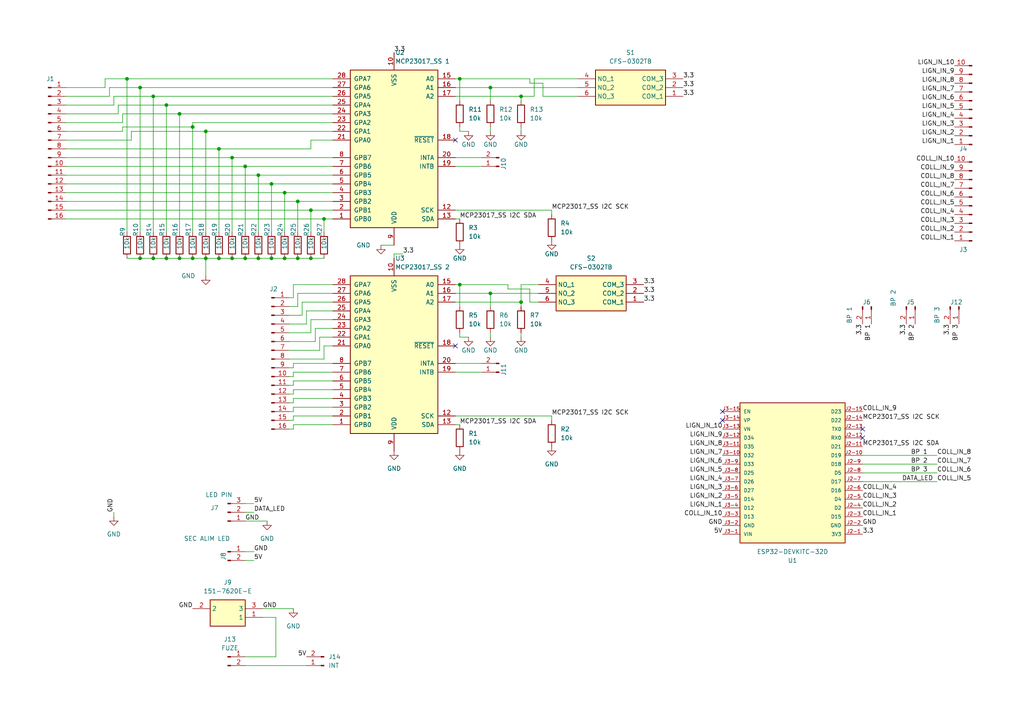
<source format=kicad_sch>
(kicad_sch (version 20230121) (generator eeschema)
  (paper "A4")
  (lib_symbols
    (symbol "151-7620E-E:151-7620E-E"
      (property "Reference" "J9" (at 10.16 7.62 0))
      (property "Value" "151-7620E-E" (at 10.16 5.08 0))
      (symbol "151-7620E-E_1_1"
        (rectangle (start 5.08 2.54) (end 15.24 -5.08) (stroke (width 0.254)) (fill (type background)))
        (pin power_out line (at 20.32 -2.54 180) (length 5.08) (name "1") (number "1"))
        (pin power_out line (at 0 0 0) (length 5.08) (name "2") (number "2"))
        (pin power_out line (at 20.32 0 180) (length 5.08) (name "3") (number "3"))
      )
    )
    (symbol "CFS-0302TB:CFS-0302TB"
      (property "Reference" "S" (at 26.67 7.62 0))
      (property "Value" "CFS-0302TB" (at 26.67 5.08 0))
      (symbol "CFS-0302TB_1_1"
        (rectangle (start 5.08 2.54) (end 25.4 -7.62) (stroke (width 0.254)) (fill (type background)))
        (pin passive line (at 0 0 0) (length 5.08) (name "COM_1") (number "1"))
        (pin passive line (at 0 -2.54 0) (length 5.08) (name "COM_2") (number "2"))
        (pin passive line (at 0 -5.08 0) (length 5.08) (name "COM_3") (number "3"))
        (pin passive line (at 30.48 -5.08 180) (length 5.08) (name "NO_1") (number "4"))
        (pin passive line (at 30.48 -2.54 180) (length 5.08) (name "NO_2") (number "5"))
        (pin passive line (at 30.48 0 180) (length 5.08) (name "NO_3") (number "6"))
      )
    )
    (symbol "Connector:Conn_01x02_Pin" (pin_names (offset 1.016) hide)
      (property "Reference" "J" (at 0 2.54 0))
      (property "Value" "Conn_01x02_Pin" (at 0 -5.08 0))
      (symbol "Conn_01x02_Pin_1_1"
        (polyline (pts (xy 1.27 -2.54) (xy 0.8636 -2.54)) (stroke (width 0.1524)))
        (polyline (pts (xy 1.27 0) (xy 0.8636 0)) (stroke (width 0.1524)))
        (rectangle (start 0.8636 -2.413) (end 0 -2.667) (stroke (width 0.1524)) (fill (type outline)))
        (rectangle (start 0.8636 0.127) (end 0 -0.127) (stroke (width 0.1524)) (fill (type outline)))
        (pin passive line (at 5.08 0 180) (length 3.81) (name "Pin_1") (number "1"))
        (pin passive line (at 5.08 -2.54 180) (length 3.81) (name "Pin_2") (number "2"))
      )
    )
    (symbol "Connector:Conn_01x03_Pin" (pin_names (offset 1.016) hide)
      (property "Reference" "J" (at 0 5.08 0))
      (property "Value" "Conn_01x03_Pin" (at 0 -5.08 0))
      (symbol "Conn_01x03_Pin_1_1"
        (polyline (pts (xy 1.27 -2.54) (xy 0.8636 -2.54)) (stroke (width 0.1524)))
        (polyline (pts (xy 1.27 0) (xy 0.8636 0)) (stroke (width 0.1524)))
        (polyline (pts (xy 1.27 2.54) (xy 0.8636 2.54)) (stroke (width 0.1524)))
        (rectangle (start 0.8636 -2.413) (end 0 -2.667) (stroke (width 0.1524)) (fill (type outline)))
        (rectangle (start 0.8636 0.127) (end 0 -0.127) (stroke (width 0.1524)) (fill (type outline)))
        (rectangle (start 0.8636 2.667) (end 0 2.413) (stroke (width 0.1524)) (fill (type outline)))
        (pin passive line (at 5.08 2.54 180) (length 3.81) (name "Pin_1") (number "1"))
        (pin passive line (at 5.08 0 180) (length 3.81) (name "Pin_2") (number "2"))
        (pin passive line (at 5.08 -2.54 180) (length 3.81) (name "Pin_3") (number "3"))
      )
    )
    (symbol "Connector:Conn_01x10_Pin" (pin_names (offset 1.016) hide)
      (property "Reference" "J" (at 0 12.7 0))
      (property "Value" "Conn_01x10_Pin" (at 0 -15.24 0))
      (symbol "Conn_01x10_Pin_1_1"
        (polyline (pts (xy 1.27 -12.7) (xy 0.8636 -12.7)) (stroke (width 0.1524)))
        (polyline (pts (xy 1.27 -10.16) (xy 0.8636 -10.16)) (stroke (width 0.1524)))
        (polyline (pts (xy 1.27 -7.62) (xy 0.8636 -7.62)) (stroke (width 0.1524)))
        (polyline (pts (xy 1.27 -5.08) (xy 0.8636 -5.08)) (stroke (width 0.1524)))
        (polyline (pts (xy 1.27 -2.54) (xy 0.8636 -2.54)) (stroke (width 0.1524)))
        (polyline (pts (xy 1.27 0) (xy 0.8636 0)) (stroke (width 0.1524)))
        (polyline (pts (xy 1.27 2.54) (xy 0.8636 2.54)) (stroke (width 0.1524)))
        (polyline (pts (xy 1.27 5.08) (xy 0.8636 5.08)) (stroke (width 0.1524)))
        (polyline (pts (xy 1.27 7.62) (xy 0.8636 7.62)) (stroke (width 0.1524)))
        (polyline (pts (xy 1.27 10.16) (xy 0.8636 10.16)) (stroke (width 0.1524)))
        (rectangle (start 0.8636 -12.573) (end 0 -12.827) (stroke (width 0.1524)) (fill (type outline)))
        (rectangle (start 0.8636 -10.033) (end 0 -10.287) (stroke (width 0.1524)) (fill (type outline)))
        (rectangle (start 0.8636 -7.493) (end 0 -7.747) (stroke (width 0.1524)) (fill (type outline)))
        (rectangle (start 0.8636 -4.953) (end 0 -5.207) (stroke (width 0.1524)) (fill (type outline)))
        (rectangle (start 0.8636 -2.413) (end 0 -2.667) (stroke (width 0.1524)) (fill (type outline)))
        (rectangle (start 0.8636 0.127) (end 0 -0.127) (stroke (width 0.1524)) (fill (type outline)))
        (rectangle (start 0.8636 2.667) (end 0 2.413) (stroke (width 0.1524)) (fill (type outline)))
        (rectangle (start 0.8636 5.207) (end 0 4.953) (stroke (width 0.1524)) (fill (type outline)))
        (rectangle (start 0.8636 7.747) (end 0 7.493) (stroke (width 0.1524)) (fill (type outline)))
        (rectangle (start 0.8636 10.287) (end 0 10.033) (stroke (width 0.1524)) (fill (type outline)))
        (pin passive line (at 5.08 10.16 180) (length 3.81) (name "Pin_1") (number "1"))
        (pin passive line (at 5.08 -12.7 180) (length 3.81) (name "Pin_10") (number "10"))
        (pin passive line (at 5.08 7.62 180) (length 3.81) (name "Pin_2") (number "2"))
        (pin passive line (at 5.08 5.08 180) (length 3.81) (name "Pin_3") (number "3"))
        (pin passive line (at 5.08 2.54 180) (length 3.81) (name "Pin_4") (number "4"))
        (pin passive line (at 5.08 0 180) (length 3.81) (name "Pin_5") (number "5"))
        (pin passive line (at 5.08 -2.54 180) (length 3.81) (name "Pin_6") (number "6"))
        (pin passive line (at 5.08 -5.08 180) (length 3.81) (name "Pin_7") (number "7"))
        (pin passive line (at 5.08 -7.62 180) (length 3.81) (name "Pin_8") (number "8"))
        (pin passive line (at 5.08 -10.16 180) (length 3.81) (name "Pin_9") (number "9"))
      )
    )
    (symbol "Connector:Conn_01x16_Pin" (pin_names (offset 1.016) hide)
      (property "Reference" "J" (at 0 20.32 0))
      (property "Value" "Conn_01x16_Pin" (at 0 -22.86 0))
      (symbol "Conn_01x16_Pin_1_1"
        (polyline (pts (xy 1.27 -20.32) (xy 0.8636 -20.32)) (stroke (width 0.1524)))
        (polyline (pts (xy 1.27 -17.78) (xy 0.8636 -17.78)) (stroke (width 0.1524)))
        (polyline (pts (xy 1.27 -15.24) (xy 0.8636 -15.24)) (stroke (width 0.1524)))
        (polyline (pts (xy 1.27 -12.7) (xy 0.8636 -12.7)) (stroke (width 0.1524)))
        (polyline (pts (xy 1.27 -10.16) (xy 0.8636 -10.16)) (stroke (width 0.1524)))
        (polyline (pts (xy 1.27 -7.62) (xy 0.8636 -7.62)) (stroke (width 0.1524)))
        (polyline (pts (xy 1.27 -5.08) (xy 0.8636 -5.08)) (stroke (width 0.1524)))
        (polyline (pts (xy 1.27 -2.54) (xy 0.8636 -2.54)) (stroke (width 0.1524)))
        (polyline (pts (xy 1.27 0) (xy 0.8636 0)) (stroke (width 0.1524)))
        (polyline (pts (xy 1.27 2.54) (xy 0.8636 2.54)) (stroke (width 0.1524)))
        (polyline (pts (xy 1.27 5.08) (xy 0.8636 5.08)) (stroke (width 0.1524)))
        (polyline (pts (xy 1.27 7.62) (xy 0.8636 7.62)) (stroke (width 0.1524)))
        (polyline (pts (xy 1.27 10.16) (xy 0.8636 10.16)) (stroke (width 0.1524)))
        (polyline (pts (xy 1.27 12.7) (xy 0.8636 12.7)) (stroke (width 0.1524)))
        (polyline (pts (xy 1.27 15.24) (xy 0.8636 15.24)) (stroke (width 0.1524)))
        (polyline (pts (xy 1.27 17.78) (xy 0.8636 17.78)) (stroke (width 0.1524)))
        (rectangle (start 0.8636 -20.193) (end 0 -20.447) (stroke (width 0.1524)) (fill (type outline)))
        (rectangle (start 0.8636 -17.653) (end 0 -17.907) (stroke (width 0.1524)) (fill (type outline)))
        (rectangle (start 0.8636 -15.113) (end 0 -15.367) (stroke (width 0.1524)) (fill (type outline)))
        (rectangle (start 0.8636 -12.573) (end 0 -12.827) (stroke (width 0.1524)) (fill (type outline)))
        (rectangle (start 0.8636 -10.033) (end 0 -10.287) (stroke (width 0.1524)) (fill (type outline)))
        (rectangle (start 0.8636 -7.493) (end 0 -7.747) (stroke (width 0.1524)) (fill (type outline)))
        (rectangle (start 0.8636 -4.953) (end 0 -5.207) (stroke (width 0.1524)) (fill (type outline)))
        (rectangle (start 0.8636 -2.413) (end 0 -2.667) (stroke (width 0.1524)) (fill (type outline)))
        (rectangle (start 0.8636 0.127) (end 0 -0.127) (stroke (width 0.1524)) (fill (type outline)))
        (rectangle (start 0.8636 2.667) (end 0 2.413) (stroke (width 0.1524)) (fill (type outline)))
        (rectangle (start 0.8636 5.207) (end 0 4.953) (stroke (width 0.1524)) (fill (type outline)))
        (rectangle (start 0.8636 7.747) (end 0 7.493) (stroke (width 0.1524)) (fill (type outline)))
        (rectangle (start 0.8636 10.287) (end 0 10.033) (stroke (width 0.1524)) (fill (type outline)))
        (rectangle (start 0.8636 12.827) (end 0 12.573) (stroke (width 0.1524)) (fill (type outline)))
        (rectangle (start 0.8636 15.367) (end 0 15.113) (stroke (width 0.1524)) (fill (type outline)))
        (rectangle (start 0.8636 17.907) (end 0 17.653) (stroke (width 0.1524)) (fill (type outline)))
        (pin passive line (at 5.08 17.78 180) (length 3.81) (name "Pin_1") (number "1"))
        (pin passive line (at 5.08 -5.08 180) (length 3.81) (name "Pin_10") (number "10"))
        (pin passive line (at 5.08 -7.62 180) (length 3.81) (name "Pin_11") (number "11"))
        (pin passive line (at 5.08 -10.16 180) (length 3.81) (name "Pin_12") (number "12"))
        (pin passive line (at 5.08 -12.7 180) (length 3.81) (name "Pin_13") (number "13"))
        (pin passive line (at 5.08 -15.24 180) (length 3.81) (name "Pin_14") (number "14"))
        (pin passive line (at 5.08 -17.78 180) (length 3.81) (name "Pin_15") (number "15"))
        (pin passive line (at 5.08 -20.32 180) (length 3.81) (name "Pin_16") (number "16"))
        (pin passive line (at 5.08 15.24 180) (length 3.81) (name "Pin_2") (number "2"))
        (pin passive line (at 5.08 12.7 180) (length 3.81) (name "Pin_3") (number "3"))
        (pin passive line (at 5.08 10.16 180) (length 3.81) (name "Pin_4") (number "4"))
        (pin passive line (at 5.08 7.62 180) (length 3.81) (name "Pin_5") (number "5"))
        (pin passive line (at 5.08 5.08 180) (length 3.81) (name "Pin_6") (number "6"))
        (pin passive line (at 5.08 2.54 180) (length 3.81) (name "Pin_7") (number "7"))
        (pin passive line (at 5.08 0 180) (length 3.81) (name "Pin_8") (number "8"))
        (pin passive line (at 5.08 -2.54 180) (length 3.81) (name "Pin_9") (number "9"))
      )
    )
    (symbol "Device:R" (pin_numbers hide) (pin_names (offset 0))
      (property "Reference" "R" (at 2.032 0 90))
      (property "Value" "R" (at 0 0 90))
      (symbol "R_0_1"
        (rectangle (start -1.016 -2.54) (end 1.016 2.54) (stroke (width 0.254)))
      )
      (symbol "R_1_1"
        (pin passive line (at 0 3.81 270) (length 1.27) (name "~") (number "1"))
        (pin passive line (at 0 -3.81 90) (length 1.27) (name "~") (number "2"))
      )
    )
    (symbol "ESP32-DEVKITC-32D:ESP32-DEVKITC-32D" (pin_names (offset 1.016))
      (property "Reference" "U1" (at 0 30.48 0))
      (property "Value" "ESP32-DEVKITC-32D" (at 0 27.94 0))
      (symbol "ESP32-DEVKITC-32D_0_0"
        (rectangle (start -15.24 25.4) (end 15.24 -15.24) (stroke (width 0.254)) (fill (type background)))
      )
      (symbol "ESP32-DEVKITC-32D_1_0"
        (pin power_out line (at -20.32 22.86 0) (length 5.08) (name "3V3") (number "J2-1"))
        (pin bidirectional line (at -20.32 0 0) (length 5.08) (name "D19") (number "J2-10"))
        (pin bidirectional line (at -20.32 -2.54 0) (length 5.08) (name "D21") (number "J2-11"))
        (pin bidirectional line (at -20.32 -5.08 0) (length 5.08) (name "RX0") (number "J2-12"))
        (pin bidirectional line (at -20.32 -7.62 0) (length 5.08) (name "TX0") (number "J2-13"))
        (pin bidirectional line (at -20.32 -10.16 0) (length 5.08) (name "D22") (number "J2-14"))
        (pin bidirectional line (at -20.32 -12.7 0) (length 5.08) (name "D23") (number "J2-15"))
        (pin power_in line (at -20.32 20.32 0) (length 5.08) (name "GND") (number "J2-2"))
        (pin bidirectional line (at -20.32 17.78 0) (length 5.08) (name "D15") (number "J2-3"))
        (pin bidirectional line (at -20.32 15.24 0) (length 5.08) (name "D2") (number "J2-4"))
        (pin bidirectional line (at -20.32 12.7 0) (length 5.08) (name "D4") (number "J2-5"))
        (pin bidirectional line (at -20.32 10.16 0) (length 5.08) (name "D16") (number "J2-6"))
        (pin bidirectional line (at -20.32 7.62 0) (length 5.08) (name "D17") (number "J2-7"))
        (pin bidirectional line (at -20.32 5.08 0) (length 5.08) (name "D5") (number "J2-8"))
        (pin bidirectional line (at -20.32 2.54 0) (length 5.08) (name "D18") (number "J2-9"))
        (pin power_in line (at 20.32 22.86 180) (length 5.08) (name "VIN") (number "J3-1"))
        (pin bidirectional line (at 20.32 0 180) (length 5.08) (name "D32") (number "J3-10"))
        (pin bidirectional line (at 20.32 -2.54 180) (length 5.08) (name "D35") (number "J3-11"))
        (pin bidirectional line (at 20.32 -5.08 180) (length 5.08) (name "D34") (number "J3-12"))
        (pin bidirectional line (at 20.32 -7.62 180) (length 5.08) (name "VN") (number "J3-13"))
        (pin bidirectional line (at 20.32 -10.16 180) (length 5.08) (name "VP") (number "J3-14"))
        (pin bidirectional line (at 20.32 -12.7 180) (length 5.08) (name "EN") (number "J3-15"))
        (pin power_in line (at 20.32 20.32 180) (length 5.08) (name "GND") (number "J3-2"))
        (pin bidirectional line (at 20.32 17.78 180) (length 5.08) (name "D13") (number "J3-3"))
        (pin bidirectional line (at 20.32 15.24 180) (length 5.08) (name "D12") (number "J3-4"))
        (pin bidirectional line (at 20.32 12.7 180) (length 5.08) (name "D14") (number "J3-5"))
        (pin bidirectional line (at 20.32 10.16 180) (length 5.08) (name "D27") (number "J3-6"))
        (pin power_in line (at 20.32 7.62 180) (length 5.08) (name "D26") (number "J3-7"))
        (pin bidirectional line (at 20.32 5.08 180) (length 5.08) (name "D25") (number "J3-8"))
        (pin bidirectional line (at 20.32 2.54 180) (length 5.08) (name "D33") (number "J3-9"))
      )
    )
    (symbol "Interface_Expansion:MCP23017_SS" (pin_names (offset 1.016))
      (property "Reference" "U" (at -11.43 24.13 0))
      (property "Value" "MCP23017_SS" (at 0 0 0))
      (symbol "MCP23017_SS_0_1"
        (rectangle (start -12.7 22.86) (end 12.7 -22.86) (stroke (width 0.254)) (fill (type background)))
      )
      (symbol "MCP23017_SS_1_1"
        (pin bidirectional line (at 17.78 20.32 180) (length 5.08) (name "GPB0") (number "1"))
        (pin power_in line (at 0 -27.94 90) (length 5.08) (name "VSS") (number "10"))
        (pin no_connect line (at -12.7 15.24 0) (length 5.08) hide (name "NC") (number "11"))
        (pin input line (at -17.78 17.78 0) (length 5.08) (name "SCK") (number "12"))
        (pin bidirectional line (at -17.78 20.32 0) (length 5.08) (name "SDA") (number "13"))
        (pin no_connect line (at -12.7 12.7 0) (length 5.08) hide (name "NC") (number "14"))
        (pin input line (at -17.78 -20.32 0) (length 5.08) (name "A0") (number "15"))
        (pin input line (at -17.78 -17.78 0) (length 5.08) (name "A1") (number "16"))
        (pin input line (at -17.78 -15.24 0) (length 5.08) (name "A2") (number "17"))
        (pin input line (at -17.78 -2.54 0) (length 5.08) (name "~{RESET}") (number "18"))
        (pin tri_state line (at -17.78 5.08 0) (length 5.08) (name "INTB") (number "19"))
        (pin bidirectional line (at 17.78 17.78 180) (length 5.08) (name "GPB1") (number "2"))
        (pin tri_state line (at -17.78 2.54 0) (length 5.08) (name "INTA") (number "20"))
        (pin bidirectional line (at 17.78 -2.54 180) (length 5.08) (name "GPA0") (number "21"))
        (pin bidirectional line (at 17.78 -5.08 180) (length 5.08) (name "GPA1") (number "22"))
        (pin bidirectional line (at 17.78 -7.62 180) (length 5.08) (name "GPA2") (number "23"))
        (pin bidirectional line (at 17.78 -10.16 180) (length 5.08) (name "GPA3") (number "24"))
        (pin bidirectional line (at 17.78 -12.7 180) (length 5.08) (name "GPA4") (number "25"))
        (pin bidirectional line (at 17.78 -15.24 180) (length 5.08) (name "GPA5") (number "26"))
        (pin bidirectional line (at 17.78 -17.78 180) (length 5.08) (name "GPA6") (number "27"))
        (pin bidirectional line (at 17.78 -20.32 180) (length 5.08) (name "GPA7") (number "28"))
        (pin bidirectional line (at 17.78 15.24 180) (length 5.08) (name "GPB2") (number "3"))
        (pin bidirectional line (at 17.78 12.7 180) (length 5.08) (name "GPB3") (number "4"))
        (pin bidirectional line (at 17.78 10.16 180) (length 5.08) (name "GPB4") (number "5"))
        (pin bidirectional line (at 17.78 7.62 180) (length 5.08) (name "GPB5") (number "6"))
        (pin bidirectional line (at 17.78 5.08 180) (length 5.08) (name "GPB6") (number "7"))
        (pin bidirectional line (at 17.78 2.54 180) (length 5.08) (name "GPB7") (number "8"))
        (pin power_in line (at 0 27.94 270) (length 5.08) (name "VDD") (number "9"))
      )
    )
    (symbol "power:GND" (power) (pin_names (offset 0))
      (property "Value" "GND" (at 0 -3.81 0))
      (symbol "GND_0_1"
        (polyline (pts (xy 0 0) (xy 0 -1.27) (xy 1.27 -1.27) (xy 0 -2.54) (xy -1.27 -1.27) (xy 0 -1.27)))
      )
      (symbol "GND_1_1"
        (pin power_in line (at 0 0 270) (length 0) hide (name "GND") (number "1"))
      )
    )
  )
  (junction (at 40.64 74.93))
  (junction (at 74.93 74.93))
  (junction (at 86.36 74.93))
  (junction (at 78.74 74.93))
  (junction (at 59.69 38.1))
  (junction (at 63.5 74.93))
  (junction (at 82.55 55.88))
  (junction (at 151.13 87.63))
  (junction (at 78.74 53.34))
  (junction (at 36.83 22.86))
  (junction (at 151.13 27.94))
  (junction (at 59.69 74.93))
  (junction (at 82.55 74.93))
  (junction (at 90.17 74.93))
  (junction (at 52.07 74.93))
  (junction (at 44.45 27.94))
  (junction (at 71.12 48.26))
  (junction (at 63.5 43.18))
  (junction (at 48.26 74.93))
  (junction (at 52.07 33.02))
  (junction (at 67.31 45.72))
  (junction (at 90.17 60.96))
  (junction (at 40.64 25.4))
  (junction (at 142.24 85.09))
  (junction (at 44.45 74.93))
  (junction (at 67.31 74.93))
  (junction (at 133.35 82.55))
  (junction (at 55.88 36.83))
  (junction (at 74.93 50.8))
  (junction (at 71.12 74.93))
  (junction (at 55.88 74.93))
  (junction (at 48.26 30.48))
  (junction (at 86.36 58.42))
  (junction (at 133.35 22.86))
  (junction (at 93.98 63.5))
  (junction (at 142.24 25.4))
  (no_connect (at 209.55 121.92))
  (no_connect (at 250.19 124.46))
  (no_connect (at 132.08 40.64))
  (no_connect (at 209.55 119.38))
  (no_connect (at 132.08 100.33))
  (no_connect (at 250.19 127))
  (wire (pts (xy 96.52 95.25) (xy 91.44 95.25)))
  (wire (pts (xy 85.09 107.95) (xy 96.52 107.95)))
  (wire (pts (xy 59.69 38.1) (xy 38.1 38.1)))
  (wire (pts (xy 96.52 30.48) (xy 48.26 30.48)))
  (wire (pts (xy 71.12 193.04) (xy 88.9 193.04)))
  (wire (pts (xy 82.55 74.93) (xy 86.36 74.93)))
  (wire (pts (xy 156.21 82.55) (xy 151.13 82.55)))
  (wire (pts (xy 90.17 43.18) (xy 63.5 43.18)))
  (wire (pts (xy 151.13 87.63) (xy 151.13 88.9)))
  (wire (pts (xy 133.35 22.86) (xy 133.35 29.21)))
  (wire (pts (xy 160.02 60.96) (xy 160.02 62.23)))
  (wire (pts (xy 33.02 149.86) (xy 33.02 148.59)))
  (wire (pts (xy 132.08 48.26) (xy 139.7 48.26)))
  (wire (pts (xy 73.66 160.02) (xy 71.12 160.02)))
  (wire (pts (xy 55.88 36.83) (xy 55.88 35.56)))
  (wire (pts (xy 67.31 74.93) (xy 71.12 74.93)))
  (wire (pts (xy 156.21 87.63) (xy 153.67 87.63)))
  (wire (pts (xy 153.67 22.86) (xy 133.35 22.86)))
  (wire (pts (xy 86.36 58.42) (xy 96.52 58.42)))
  (wire (pts (xy 82.55 55.88) (xy 82.55 67.31)))
  (wire (pts (xy 96.52 97.79) (xy 92.71 97.79)))
  (wire (pts (xy 153.67 22.86) (xy 153.67 24.13)))
  (wire (pts (xy 96.52 120.65) (xy 85.09 120.65)))
  (wire (pts (xy 59.69 74.93) (xy 59.69 80.01)))
  (wire (pts (xy 35.56 36.83) (xy 55.88 36.83)))
  (wire (pts (xy 132.08 82.55) (xy 133.35 82.55)))
  (wire (pts (xy 19.05 25.4) (xy 30.48 25.4)))
  (wire (pts (xy 63.5 43.18) (xy 63.5 67.31)))
  (wire (pts (xy 85.09 82.55) (xy 96.52 82.55)))
  (wire (pts (xy 92.71 97.79) (xy 92.71 101.6)))
  (wire (pts (xy 133.35 82.55) (xy 133.35 88.9)))
  (wire (pts (xy 133.35 38.1) (xy 133.35 36.83)))
  (wire (pts (xy 87.63 87.63) (xy 96.52 87.63)))
  (wire (pts (xy 92.71 101.6) (xy 83.82 101.6)))
  (wire (pts (xy 133.35 82.55) (xy 147.32 82.55)))
  (wire (pts (xy 71.12 190.5) (xy 80.01 190.5)))
  (wire (pts (xy 44.45 74.93) (xy 48.26 74.93)))
  (wire (pts (xy 34.29 30.48) (xy 34.29 33.02)))
  (wire (pts (xy 132.08 27.94) (xy 151.13 27.94)))
  (wire (pts (xy 85.09 109.22) (xy 85.09 107.95)))
  (wire (pts (xy 35.56 38.1) (xy 19.05 38.1)))
  (wire (pts (xy 96.52 105.41) (xy 85.09 105.41)))
  (wire (pts (xy 132.08 85.09) (xy 142.24 85.09)))
  (wire (pts (xy 110.49 71.12) (xy 114.3 71.12)))
  (wire (pts (xy 85.09 105.41) (xy 85.09 106.68)))
  (wire (pts (xy 96.52 110.49) (xy 85.09 110.49)))
  (wire (pts (xy 132.08 25.4) (xy 142.24 25.4)))
  (wire (pts (xy 55.88 74.93) (xy 59.69 74.93)))
  (wire (pts (xy 151.13 38.1) (xy 151.13 36.83)))
  (wire (pts (xy 80.01 190.5) (xy 80.01 179.07)))
  (wire (pts (xy 19.05 30.48) (xy 33.02 30.48)))
  (wire (pts (xy 52.07 74.93) (xy 55.88 74.93)))
  (wire (pts (xy 74.93 74.93) (xy 78.74 74.93)))
  (wire (pts (xy 40.64 25.4) (xy 40.64 67.31)))
  (wire (pts (xy 48.26 30.48) (xy 34.29 30.48)))
  (wire (pts (xy 90.17 40.64) (xy 90.17 43.18)))
  (wire (pts (xy 33.02 30.48) (xy 33.02 27.94)))
  (wire (pts (xy 78.74 53.34) (xy 96.52 53.34)))
  (wire (pts (xy 271.78 137.16) (xy 250.19 137.16)))
  (wire (pts (xy 48.26 30.48) (xy 48.26 67.31)))
  (wire (pts (xy 132.08 87.63) (xy 151.13 87.63)))
  (wire (pts (xy 142.24 25.4) (xy 142.24 29.21)))
  (wire (pts (xy 96.52 100.33) (xy 93.98 100.33)))
  (wire (pts (xy 96.52 25.4) (xy 40.64 25.4)))
  (wire (pts (xy 71.12 74.93) (xy 74.93 74.93)))
  (wire (pts (xy 88.9 90.17) (xy 88.9 93.98)))
  (wire (pts (xy 71.12 151.13) (xy 77.47 151.13)))
  (wire (pts (xy 153.67 83.82) (xy 147.32 83.82)))
  (wire (pts (xy 83.82 124.46) (xy 85.09 124.46)))
  (wire (pts (xy 52.07 33.02) (xy 52.07 67.31)))
  (wire (pts (xy 83.82 109.22) (xy 85.09 109.22)))
  (wire (pts (xy 31.75 25.4) (xy 31.75 27.94)))
  (wire (pts (xy 116.84 73.66) (xy 114.3 73.66)))
  (wire (pts (xy 151.13 97.79) (xy 151.13 96.52)))
  (wire (pts (xy 38.1 38.1) (xy 38.1 40.64)))
  (wire (pts (xy 93.98 63.5) (xy 96.52 63.5)))
  (wire (pts (xy 96.52 115.57) (xy 85.09 115.57)))
  (wire (pts (xy 96.52 123.19) (xy 85.09 123.19)))
  (wire (pts (xy 82.55 55.88) (xy 96.52 55.88)))
  (wire (pts (xy 133.35 97.79) (xy 135.89 97.79)))
  (wire (pts (xy 35.56 35.56) (xy 19.05 35.56)))
  (wire (pts (xy 85.09 123.19) (xy 85.09 124.46)))
  (wire (pts (xy 142.24 25.4) (xy 167.64 25.4)))
  (wire (pts (xy 133.35 38.1) (xy 135.89 38.1)))
  (wire (pts (xy 85.09 86.36) (xy 85.09 82.55)))
  (wire (pts (xy 67.31 45.72) (xy 96.52 45.72)))
  (wire (pts (xy 86.36 85.09) (xy 86.36 88.9)))
  (wire (pts (xy 85.09 120.65) (xy 85.09 121.92)))
  (wire (pts (xy 38.1 40.64) (xy 19.05 40.64)))
  (wire (pts (xy 83.82 119.38) (xy 85.09 119.38)))
  (wire (pts (xy 151.13 82.55) (xy 151.13 87.63)))
  (wire (pts (xy 90.17 60.96) (xy 96.52 60.96)))
  (wire (pts (xy 90.17 96.52) (xy 83.82 96.52)))
  (wire (pts (xy 93.98 100.33) (xy 93.98 104.14)))
  (wire (pts (xy 85.09 110.49) (xy 85.09 111.76)))
  (wire (pts (xy 85.09 106.68) (xy 83.82 106.68)))
  (wire (pts (xy 96.52 35.56) (xy 55.88 35.56)))
  (wire (pts (xy 85.09 118.11) (xy 96.52 118.11)))
  (wire (pts (xy 132.08 105.41) (xy 139.7 105.41)))
  (wire (pts (xy 157.48 27.94) (xy 167.64 27.94)))
  (wire (pts (xy 96.52 90.17) (xy 88.9 90.17)))
  (wire (pts (xy 40.64 74.93) (xy 44.45 74.93)))
  (wire (pts (xy 30.48 22.86) (xy 36.83 22.86)))
  (wire (pts (xy 63.5 74.93) (xy 67.31 74.93)))
  (wire (pts (xy 85.09 111.76) (xy 83.82 111.76)))
  (wire (pts (xy 142.24 97.79) (xy 142.24 96.52)))
  (wire (pts (xy 19.05 63.5) (xy 93.98 63.5)))
  (wire (pts (xy 44.45 27.94) (xy 96.52 27.94)))
  (wire (pts (xy 157.48 24.13) (xy 157.48 27.94)))
  (wire (pts (xy 142.24 38.1) (xy 142.24 36.83)))
  (wire (pts (xy 142.24 85.09) (xy 156.21 85.09)))
  (wire (pts (xy 142.24 85.09) (xy 142.24 88.9)))
  (wire (pts (xy 147.32 83.82) (xy 147.32 82.55)))
  (wire (pts (xy 153.67 24.13) (xy 157.48 24.13)))
  (wire (pts (xy 85.09 113.03) (xy 85.09 114.3)))
  (wire (pts (xy 90.17 60.96) (xy 90.17 67.31)))
  (wire (pts (xy 85.09 115.57) (xy 85.09 116.84)))
  (wire (pts (xy 44.45 27.94) (xy 44.45 67.31)))
  (wire (pts (xy 167.64 22.86) (xy 154.94 22.86)))
  (wire (pts (xy 271.78 134.62) (xy 250.19 134.62)))
  (wire (pts (xy 33.02 27.94) (xy 44.45 27.94)))
  (wire (pts (xy 90.17 92.71) (xy 90.17 96.52)))
  (wire (pts (xy 132.08 45.72) (xy 139.7 45.72)))
  (wire (pts (xy 36.83 22.86) (xy 96.52 22.86)))
  (wire (pts (xy 78.74 74.93) (xy 82.55 74.93)))
  (wire (pts (xy 96.52 33.02) (xy 52.07 33.02)))
  (wire (pts (xy 133.35 97.79) (xy 133.35 96.52)))
  (wire (pts (xy 151.13 27.94) (xy 151.13 29.21)))
  (wire (pts (xy 80.01 179.07) (xy 76.2 179.07)))
  (wire (pts (xy 73.66 148.59) (xy 71.12 148.59)))
  (wire (pts (xy 250.19 132.08) (xy 271.78 132.08)))
  (wire (pts (xy 35.56 33.02) (xy 35.56 35.56)))
  (wire (pts (xy 19.05 58.42) (xy 86.36 58.42)))
  (wire (pts (xy 160.02 120.65) (xy 160.02 121.92)))
  (wire (pts (xy 19.05 55.88) (xy 82.55 55.88)))
  (wire (pts (xy 67.31 45.72) (xy 67.31 67.31)))
  (wire (pts (xy 132.08 120.65) (xy 160.02 120.65)))
  (wire (pts (xy 71.12 48.26) (xy 96.52 48.26)))
  (wire (pts (xy 151.13 27.94) (xy 154.94 27.94)))
  (wire (pts (xy 31.75 27.94) (xy 19.05 27.94)))
  (wire (pts (xy 19.05 50.8) (xy 74.93 50.8)))
  (wire (pts (xy 19.05 48.26) (xy 71.12 48.26)))
  (wire (pts (xy 132.08 22.86) (xy 133.35 22.86)))
  (wire (pts (xy 93.98 63.5) (xy 93.98 67.31)))
  (wire (pts (xy 88.9 93.98) (xy 83.82 93.98)))
  (wire (pts (xy 74.93 50.8) (xy 74.93 67.31)))
  (wire (pts (xy 59.69 38.1) (xy 59.69 67.31)))
  (wire (pts (xy 91.44 95.25) (xy 91.44 99.06)))
  (wire (pts (xy 96.52 92.71) (xy 90.17 92.71)))
  (wire (pts (xy 154.94 22.86) (xy 154.94 27.94)))
  (wire (pts (xy 90.17 74.93) (xy 93.98 74.93)))
  (wire (pts (xy 36.83 74.93) (xy 40.64 74.93)))
  (wire (pts (xy 96.52 40.64) (xy 90.17 40.64)))
  (wire (pts (xy 91.44 99.06) (xy 83.82 99.06)))
  (wire (pts (xy 153.67 87.63) (xy 153.67 83.82)))
  (wire (pts (xy 19.05 53.34) (xy 78.74 53.34)))
  (wire (pts (xy 86.36 74.93) (xy 90.17 74.93)))
  (wire (pts (xy 86.36 58.42) (xy 86.36 67.31)))
  (wire (pts (xy 114.3 73.66) (xy 114.3 74.93)))
  (wire (pts (xy 40.64 25.4) (xy 31.75 25.4)))
  (wire (pts (xy 48.26 74.93) (xy 52.07 74.93)))
  (wire (pts (xy 19.05 45.72) (xy 67.31 45.72)))
  (wire (pts (xy 19.05 60.96) (xy 90.17 60.96)))
  (wire (pts (xy 34.29 33.02) (xy 19.05 33.02)))
  (wire (pts (xy 132.08 107.95) (xy 139.7 107.95)))
  (wire (pts (xy 83.82 91.44) (xy 87.63 91.44)))
  (wire (pts (xy 78.74 53.34) (xy 78.74 67.31)))
  (wire (pts (xy 30.48 25.4) (xy 30.48 22.86)))
  (wire (pts (xy 73.66 162.56) (xy 71.12 162.56)))
  (wire (pts (xy 93.98 104.14) (xy 83.82 104.14)))
  (wire (pts (xy 52.07 33.02) (xy 35.56 33.02)))
  (wire (pts (xy 96.52 85.09) (xy 86.36 85.09)))
  (wire (pts (xy 133.35 123.19) (xy 132.08 123.19)))
  (wire (pts (xy 55.88 36.83) (xy 55.88 67.31)))
  (wire (pts (xy 63.5 43.18) (xy 19.05 43.18)))
  (wire (pts (xy 96.52 38.1) (xy 59.69 38.1)))
  (wire (pts (xy 271.78 139.7) (xy 250.19 139.7)))
  (wire (pts (xy 86.36 88.9) (xy 83.82 88.9)))
  (wire (pts (xy 73.66 146.05) (xy 71.12 146.05)))
  (wire (pts (xy 85.09 119.38) (xy 85.09 118.11)))
  (wire (pts (xy 85.09 114.3) (xy 83.82 114.3)))
  (wire (pts (xy 87.63 91.44) (xy 87.63 87.63)))
  (wire (pts (xy 59.69 74.93) (xy 63.5 74.93)))
  (wire (pts (xy 36.83 22.86) (xy 36.83 67.31)))
  (wire (pts (xy 71.12 48.26) (xy 71.12 67.31)))
  (wire (pts (xy 74.93 50.8) (xy 96.52 50.8)))
  (wire (pts (xy 133.35 63.5) (xy 132.08 63.5)))
  (wire (pts (xy 132.08 60.96) (xy 160.02 60.96)))
  (wire (pts (xy 83.82 86.36) (xy 85.09 86.36)))
  (wire (pts (xy 83.82 121.92) (xy 85.09 121.92)))
  (wire (pts (xy 76.2 176.53) (xy 85.09 176.53)))
  (wire (pts (xy 85.09 116.84) (xy 83.82 116.84)))
  (wire (pts (xy 96.52 113.03) (xy 85.09 113.03)))
  (wire (pts (xy 35.56 36.83) (xy 35.56 38.1)))
  (label "3.3" (at 186.69 82.55 0))
  (label "BP 2" (at 265.43 93.98 270))
  (label "3.3" (at 198.12 25.4 0))
  (label "MCP23017_SS I2C SCK" (at 250.19 121.92 0))
  (label "LIGN_IN_4" (at 209.55 139.7 180))
  (label "COLL_IN_3" (at 276.86 64.77 180))
  (label "COLL_IN_2" (at 250.19 147.32 0))
  (label "LIGN_IN_8" (at 276.86 24.13 180))
  (label "DATA_LED" (at 73.66 148.59 0))
  (label "GND" (at 33.02 148.59 90))
  (label "LIGN_IN_2" (at 209.55 144.78 180))
  (label "GND" (at 209.55 152.4 180))
  (label "BP 3" (at 278.13 93.98 270))
  (label "GND" (at 250.19 152.4 0))
  (label "MCP23017_SS I2C SCK" (at 160.02 120.65 0))
  (label "LIGN_IN_9" (at 276.86 21.59 180))
  (label "LIGN_IN_10" (at 276.86 19.05 180))
  (label "GND" (at 73.66 160.02 0))
  (label "COLL_IN_7" (at 276.86 54.61 180))
  (label "DATA_LED" (at 261.62 139.7 0))
  (label "3.3" (at 275.59 93.98 270))
  (label "BP 2" (at 264.16 134.62 0))
  (label "COLL_IN_9" (at 276.86 49.53 180))
  (label "3.3" (at 186.69 85.09 0))
  (label "3.3" (at 116.84 73.66 0))
  (label "COLL_IN_2" (at 276.86 67.31 180))
  (label "COLL_IN_8" (at 276.86 52.07 180))
  (label "COLL_IN_4" (at 250.19 142.24 0))
  (label "BP 3" (at 264.16 137.16 0))
  (label "MCP23017_SS I2C SCK" (at 160.02 60.96 0))
  (label "COLL_IN_4" (at 276.86 62.23 180))
  (label "LIGN_IN_6" (at 209.55 134.62 180))
  (label "MCP23017_SS I2C SDA" (at 133.35 63.5 0))
  (label "LIGN_IN_1" (at 276.86 41.91 180))
  (label "BP 1" (at 252.73 93.98 270))
  (label "LIGN_IN_7" (at 276.86 26.67 180))
  (label "GND" (at 55.88 176.53 180))
  (label "LIGN_IN_5" (at 276.86 31.75 180))
  (label "COLL_IN_1" (at 276.86 69.85 180))
  (label "3.3" (at 198.12 27.94 0))
  (label "COLL_IN_1" (at 250.19 149.86 0))
  (label "MCP23017_SS I2C SDA" (at 250.19 129.54 0))
  (label "COLL_IN_6" (at 276.86 57.15 180))
  (label "LIGN_IN_10" (at 209.55 124.46 180))
  (label "LIGN_IN_2" (at 276.86 39.37 180))
  (label "5V" (at 73.66 146.05 0))
  (label "COLL_IN_7" (at 271.78 134.62 0))
  (label "COLL_IN_8" (at 271.78 132.08 0))
  (label "COLL_IN_9" (at 250.19 119.38 0))
  (label "LIGN_IN_3" (at 276.86 36.83 180))
  (label "3.3" (at 262.89 93.98 270))
  (label "5V" (at 88.9 190.5 180))
  (label "COLL_IN_10" (at 276.86 46.99 180))
  (label "LIGN_IN_8" (at 209.55 129.54 180))
  (label "5V" (at 209.55 154.94 180))
  (label "3.3" (at 250.19 93.98 270))
  (label "MCP23017_SS I2C SDA" (at 133.35 123.19 0))
  (label "LIGN_IN_5" (at 209.55 137.16 180))
  (label "LIGN_IN_6" (at 276.86 29.21 180))
  (label "LIGN_IN_4" (at 276.86 34.29 180))
  (label "COLL_IN_10" (at 209.55 149.86 180))
  (label "LIGN_IN_3" (at 209.55 142.24 180))
  (label "LIGN_IN_1" (at 209.55 147.32 180))
  (label "3.3" (at 250.19 154.94 0))
  (label "3.3" (at 186.69 87.63 0))
  (label "COLL_IN_6" (at 271.78 137.16 0))
  (label "BP 1" (at 264.16 132.08 0))
  (label "LIGN_IN_7" (at 209.55 132.08 180))
  (label "LIGN_IN_9" (at 209.55 127 180))
  (label "3.3" (at 114.3 15.24 0))
  (label "COLL_IN_5" (at 271.78 139.7 0))
  (label "COLL_IN_3" (at 250.19 144.78 0))
  (label "COLL_IN_5" (at 276.86 59.69 180))
  (label "GND" (at 76.2 176.53 0))
  (label "5V" (at 73.66 162.56 0))
  (label "3.3" (at 198.12 22.86 0))
  (label "GND" (at 71.12 151.13 0))
  (symbol (lib_id "Device:R") (at 90.17 71.12 0) (unit 1)
    (property "Reference" "R26" (at 88.9 68.58 90) (effects (justify left)))
    (property "Value" "10k" (at 90.17 72.39 90) (effects (justify left)))
    (property "Footprint" "Resistor_SMD:R_1206_3216Metric" (effects hide))
  )
  (symbol (lib_id "Device:R") (at 36.83 71.12 0) (unit 1)
    (property "Reference" "R9" (at 35.56 68.58 90) (effects (justify left)))
    (property "Value" "10k" (at 36.83 72.39 90) (effects (justify left)))
    (property "Footprint" "Resistor_SMD:R_1206_3216Metric" (effects hide))
  )
  (symbol (lib_id "Connector:Conn_01x02_Pin") (at 278.13 88.9 270) (unit 1)
    (property "Reference" "J12" (at 275.59 87.63 90) (effects (justify left)))
    (property "Value" "BP 3" (at 271.78 88.9 0) (effects (justify left)))
    (property "Footprint" "Connector_PinHeader_2.54mm:PinHeader_1x02_P2.54mm_Vertical" (effects hide))
  )
  (symbol (lib_id "power:GND") (at 142.24 97.79 0) (unit 1)
    (property "Reference" "#PWR09" (effects hide))
    (property "Value" "GND" (at 142.24 101.6 0))
  )
  (symbol (lib_id "151-7620E-E:151-7620E-E") (at 55.88 176.53 0) (unit 1)
    (property "Reference" "J9" (at 66.04 168.91 0))
    (property "Value" "151-7620E-E" (at 66.04 171.45 0))
    (property "Footprint" "151-7620E-E:1517620EE" (effects hide))
    (property "Height" "10.7" (effects hide))
    (property "Mouser Part Number" "151-7620E-E" (effects hide))
    (property "Mouser Price/Stock" "https://www.mouser.co.uk/ProductDetail/Kobiconn/151-7620E-E?qs=aP1CjGhiNiFCxxVDr%2FXLvg%3D%3D" (effects hide))
    (property "Manufacturer_Name" "Kobiconn" (effects hide))
    (property "Manufacturer_Part_Number" "151-7620E-E" (effects hide))
  )
  (symbol (lib_id "Device:R") (at 55.88 71.12 0) (unit 1)
    (property "Reference" "R17" (at 54.61 68.58 90) (effects (justify left)))
    (property "Value" "10k" (at 55.88 72.39 90) (effects (justify left)))
    (property "Footprint" "Resistor_SMD:R_1206_3216Metric" (effects hide))
  )
  (symbol (lib_id "power:GND") (at 151.13 97.79 0) (unit 1)
    (property "Reference" "#PWR08" (effects hide))
    (property "Value" "GND" (at 151.13 101.6 0))
  )
  (symbol (lib_id "Connector:Conn_01x02_Pin") (at 66.04 190.5 0) (unit 1)
    (property "Reference" "J13" (at 66.675 185.42 0))
    (property "Value" "FUZE" (at 66.675 187.96 0))
    (property "Footprint" "Connector_Wire:SolderWire-2.5sqmm_1x02_P8.8mm_D2.4mm_OD4.4mm" (effects hide))
  )
  (symbol (lib_id "Connector:Conn_01x10_Pin") (at 281.94 31.75 180) (unit 1)
    (property "Reference" "J4" (at 279.4 43.18 0))
    (property "Value" "Conn_01x10_Pin" (effects hide))
    (property "Footprint" "Connector_PinHeader_2.54mm:PinHeader_1x10_P2.54mm_Vertical" (effects hide))
  )
  (symbol (lib_id "Connector:Conn_01x02_Pin") (at 144.78 48.26 180) (unit 1)
    (property "Reference" "J10" (at 146.05 45.72 90) (effects (justify left)))
    (property "Value" "INTAB MCP23017 1" (effects hide))
    (property "Footprint" "Connector_PinHeader_2.54mm:PinHeader_1x02_P2.54mm_Vertical" (effects hide))
  )
  (symbol (lib_id "power:GND") (at 160.02 129.54 0) (unit 1)
    (property "Reference" "#PWR05" (effects hide))
    (property "Value" "GND" (at 160.02 134.62 0))
  )
  (symbol (lib_id "power:GND") (at 151.13 38.1 0) (unit 1)
    (property "Reference" "#PWR013" (effects hide))
    (property "Value" "GND" (at 151.13 41.91 0))
  )
  (symbol (lib_id "Connector:Conn_01x16_Pin") (at 13.97 43.18 0) (unit 1)
    (property "Reference" "J1" (at 14.605 22.86 0))
    (property "Value" "Conn_01x16_Pin" (effects hide))
    (property "Footprint" "Connector_PinHeader_2.54mm:PinHeader_1x16_P2.54mm_Vertical" (effects hide))
  )
  (symbol (lib_id "Device:R") (at 133.35 67.31 0) (unit 1)
    (property "Reference" "R3" (at 135.89 66.04 0) (effects (justify left)))
    (property "Value" "10k" (at 135.89 68.58 0) (effects (justify left)))
    (property "Footprint" "Resistor_SMD:R_1206_3216Metric" (effects hide))
  )
  (symbol (lib_id "Device:R") (at 160.02 125.73 0) (unit 1)
    (property "Reference" "R2" (at 162.56 124.46 0) (effects (justify left)))
    (property "Value" "10k" (at 162.56 127 0) (effects (justify left)))
    (property "Footprint" "Resistor_SMD:R_1206_3216Metric" (effects hide))
  )
  (symbol (lib_id "Connector:Conn_01x02_Pin") (at 265.43 88.9 270) (unit 1)
    (property "Reference" "J5" (at 262.89 87.63 90) (effects (justify left)))
    (property "Value" "BP 2" (at 259.08 88.9 0) (effects (justify right)))
    (property "Footprint" "Connector_PinHeader_2.54mm:PinHeader_1x02_P2.54mm_Vertical" (effects hide))
  )
  (symbol (lib_id "power:GND") (at 33.02 149.86 0) (unit 1)
    (property "Reference" "#PWR02" (effects hide))
    (property "Value" "GND" (at 33.02 154.94 0))
  )
  (symbol (lib_id "Connector:Conn_01x02_Pin") (at 93.98 193.04 180) (unit 1)
    (property "Reference" "J14" (at 95.25 190.5 0) (effects (justify right)))
    (property "Value" "INT" (at 95.25 193.04 0) (effects (justify right)))
    (property "Footprint" "Connector_Wire:SolderWire-2.5sqmm_1x02_P8.8mm_D2.4mm_OD4.4mm" (effects hide))
  )
  (symbol (lib_id "Device:R") (at 133.35 92.71 0) (unit 1)
    (property "Reference" "R5" (at 135.89 91.44 0) (effects (justify left)))
    (property "Value" "10k" (at 135.89 93.98 0) (effects (justify left)))
    (property "Footprint" "Resistor_SMD:R_1206_3216Metric" (effects hide))
  )
  (symbol (lib_id "CFS-0302TB:CFS-0302TB") (at 186.69 87.63 180) (unit 1)
    (property "Reference" "S2" (at 171.45 74.93 0))
    (property "Value" "CFS-0302TB" (at 171.45 77.47 0))
    (property "Footprint" "CFS-0302TB:CFS0302TB" (effects hide))
    (property "Datasheet" "https://www.nidec-copal-electronics.com/e/catalog/switch/cfs.pdf" (effects hide))
    (property "Height" "4.6" (effects hide))
    (property "Mouser Part Number" "229-CFS-0302TB" (effects hide))
    (property "Mouser Price/Stock" "https://www.mouser.co.uk/ProductDetail/Nidec-Copal/CFS-0302TB?qs=XeJtXLiO41QuIAvn3TUJpA%3D%3D" (effects hide))
    (property "Manufacturer_Name" "NIDEC COPAL" (effects hide))
    (property "Manufacturer_Part_Number" "CFS-0302TB" (effects hide))
  )
  (symbol (lib_id "Device:R") (at 151.13 33.02 0) (unit 1)
    (property "Reference" "R13" (at 153.67 31.75 0) (effects (justify left)))
    (property "Value" "10k" (at 153.67 34.29 0) (effects (justify left)))
    (property "Footprint" "Resistor_SMD:R_1206_3216Metric" (effects hide))
  )
  (symbol (lib_id "Connector:Conn_01x02_Pin") (at 144.78 107.95 180) (unit 1)
    (property "Reference" "J11" (at 146.05 105.41 90) (effects (justify left)))
    (property "Value" "INTAB MCP23017 2" (effects hide))
    (property "Footprint" "Connector_PinHeader_2.54mm:PinHeader_1x02_P2.54mm_Vertical" (effects hide))
  )
  (symbol (lib_id "power:GND") (at 85.09 176.53 0) (unit 1)
    (property "Reference" "#PWR015" (effects hide))
    (property "Value" "GND" (at 85.09 181.61 0))
  )
  (symbol (lib_id "Device:R") (at 67.31 71.12 0) (unit 1)
    (property "Reference" "R20" (at 66.04 68.58 90) (effects (justify left)))
    (property "Value" "10k" (at 67.31 72.39 90) (effects (justify left)))
    (property "Footprint" "Resistor_SMD:R_1206_3216Metric" (effects hide))
  )
  (symbol (lib_id "Device:R") (at 151.13 92.71 0) (unit 1)
    (property "Reference" "R7" (at 153.67 91.44 0) (effects (justify left)))
    (property "Value" "10k" (at 153.67 93.98 0) (effects (justify left)))
    (property "Footprint" "Resistor_SMD:R_1206_3216Metric" (effects hide))
  )
  (symbol (lib_id "Device:R") (at 160.02 66.04 0) (unit 1)
    (property "Reference" "R4" (at 162.56 64.77 0) (effects (justify left)))
    (property "Value" "10k" (at 162.56 67.31 0) (effects (justify left)))
    (property "Footprint" "Resistor_SMD:R_1206_3216Metric" (effects hide))
  )
  (symbol (lib_id "Device:R") (at 74.93 71.12 0) (unit 1)
    (property "Reference" "R22" (at 73.66 68.58 90) (effects (justify left)))
    (property "Value" "10k" (at 74.93 72.39 90) (effects (justify left)))
    (property "Footprint" "Resistor_SMD:R_1206_3216Metric" (effects hide))
  )
  (symbol (lib_id "power:GND") (at 133.35 130.81 0) (unit 1)
    (property "Reference" "#PWR04" (effects hide))
    (property "Value" "GND" (at 133.35 135.89 0))
  )
  (symbol (lib_id "Device:R") (at 82.55 71.12 0) (unit 1)
    (property "Reference" "R24" (at 81.28 68.58 90) (effects (justify left)))
    (property "Value" "10k" (at 82.55 72.39 90) (effects (justify left)))
    (property "Footprint" "Resistor_SMD:R_1206_3216Metric" (effects hide))
  )
  (symbol (lib_id "Device:R") (at 71.12 71.12 0) (unit 1)
    (property "Reference" "R21" (at 69.85 68.58 90) (effects (justify left)))
    (property "Value" "10k" (at 71.12 72.39 90) (effects (justify left)))
    (property "Footprint" "Resistor_SMD:R_1206_3216Metric" (effects hide))
  )
  (symbol (lib_id "Device:R") (at 59.69 71.12 0) (unit 1)
    (property "Reference" "R18" (at 58.42 68.58 90) (effects (justify left)))
    (property "Value" "10k" (at 59.69 72.39 90) (effects (justify left)))
    (property "Footprint" "Resistor_SMD:R_1206_3216Metric" (effects hide))
  )
  (symbol (lib_id "Device:R") (at 133.35 33.02 0) (unit 1)
    (property "Reference" "R11" (at 135.89 31.75 0) (effects (justify left)))
    (property "Value" "10k" (at 135.89 34.29 0) (effects (justify left)))
    (property "Footprint" "Resistor_SMD:R_1206_3216Metric" (effects hide))
  )
  (symbol (lib_id "Interface_Expansion:MCP23017_SS") (at 114.3 102.87 180) (unit 1)
    (property "Reference" "U3" (at 114.6459 74.93 0) (effects (justify right)))
    (property "Value" "MCP23017_SS 2" (at 114.6459 77.47 0) (effects (justify right)))
    (property "Footprint" "Package_SO:SSOP-28_5.3x10.2mm_P0.65mm" (effects hide))
    (property "Datasheet" "http://ww1.microchip.com/downloads/en/DeviceDoc/20001952C.pdf" (effects hide))
  )
  (symbol (lib_id "power:GND") (at 135.89 97.79 0) (unit 1)
    (property "Reference" "#PWR010" (effects hide))
    (property "Value" "GND" (at 135.89 101.6 0))
  )
  (symbol (lib_id "power:GND") (at 135.89 38.1 0) (unit 1)
    (property "Reference" "#PWR011" (effects hide))
    (property "Value" "GND" (at 135.89 41.91 0))
  )
  (symbol (lib_id "Device:R") (at 44.45 71.12 0) (unit 1)
    (property "Reference" "R14" (at 43.18 68.58 90) (effects (justify left)))
    (property "Value" "10k" (at 44.45 72.39 90) (effects (justify left)))
    (property "Footprint" "Resistor_SMD:R_1206_3216Metric" (effects hide))
  )
  (symbol (lib_id "power:GND") (at 142.24 38.1 0) (unit 1)
    (property "Reference" "#PWR012" (effects hide))
    (property "Value" "GND" (at 142.24 41.91 0))
  )
  (symbol (lib_id "Connector:Conn_01x10_Pin") (at 281.94 59.69 180) (unit 1)
    (property "Reference" "J3" (at 279.4 72.39 0))
    (property "Value" "Conn_01x10_Pin" (effects hide))
    (property "Footprint" "Connector_PinHeader_2.54mm:PinHeader_1x10_P2.54mm_Vertical" (effects hide))
  )
  (symbol (lib_id "Device:R") (at 40.64 71.12 0) (unit 1)
    (property "Reference" "R10" (at 39.37 68.58 90) (effects (justify left)))
    (property "Value" "10k" (at 40.64 72.39 90) (effects (justify left)))
    (property "Footprint" "Resistor_SMD:R_1206_3216Metric" (effects hide))
  )
  (symbol (lib_id "power:GND") (at 110.49 71.12 0) (unit 1)
    (property "Reference" "#PWR01" (effects hide))
    (property "Value" "GND" (at 105.41 71.12 0))
  )
  (symbol (lib_id "power:GND") (at 133.35 71.12 0) (unit 1)
    (property "Reference" "#PWR06" (effects hide))
    (property "Value" "GND" (at 133.35 74.93 0))
  )
  (symbol (lib_id "power:GND") (at 77.47 151.13 0) (unit 1)
    (property "Reference" "#PWR014" (effects hide))
    (property "Value" "GND" (at 77.47 156.21 0))
  )
  (symbol (lib_id "Device:R") (at 48.26 71.12 0) (unit 1)
    (property "Reference" "R15" (at 46.99 68.58 90) (effects (justify left)))
    (property "Value" "10k" (at 48.26 72.39 90) (effects (justify left)))
    (property "Footprint" "Resistor_SMD:R_1206_3216Metric" (effects hide))
  )
  (symbol (lib_id "power:GND") (at 160.02 69.85 0) (unit 1)
    (property "Reference" "#PWR07" (effects hide))
    (property "Value" "GND" (at 160.02 73.66 0))
  )
  (symbol (lib_id "CFS-0302TB:CFS-0302TB") (at 198.12 27.94 180) (unit 1)
    (property "Reference" "S1" (at 182.88 15.24 0))
    (property "Value" "CFS-0302TB" (at 182.88 17.78 0))
    (property "Footprint" "CFS-0302TB:CFS0302TB" (effects hide))
    (property "Datasheet" "https://www.nidec-copal-electronics.com/e/catalog/switch/cfs.pdf" (effects hide))
    (property "Height" "4.6" (effects hide))
    (property "Mouser Part Number" "229-CFS-0302TB" (effects hide))
    (property "Mouser Price/Stock" "https://www.mouser.co.uk/ProductDetail/Nidec-Copal/CFS-0302TB?qs=XeJtXLiO41QuIAvn3TUJpA%3D%3D" (effects hide))
    (property "Manufacturer_Name" "NIDEC COPAL" (effects hide))
    (property "Manufacturer_Part_Number" "CFS-0302TB" (effects hide))
  )
  (symbol (lib_id "Device:R") (at 142.24 33.02 0) (unit 1)
    (property "Reference" "R12" (at 144.78 31.75 0) (effects (justify left)))
    (property "Value" "10k" (at 144.78 34.29 0) (effects (justify left)))
    (property "Footprint" "Resistor_SMD:R_1206_3216Metric" (effects hide))
  )
  (symbol (lib_id "power:GND") (at 59.69 80.01 0) (unit 1)
    (property "Reference" "#PWR016" (effects hide))
    (property "Value" "GND" (at 54.61 80.01 0))
  )
  (symbol (lib_id "Device:R") (at 52.07 71.12 0) (unit 1)
    (property "Reference" "R16" (at 50.8 68.58 90) (effects (justify left)))
    (property "Value" "10k" (at 52.07 72.39 90) (effects (justify left)))
    (property "Footprint" "Resistor_SMD:R_1206_3216Metric" (effects hide))
  )
  (symbol (lib_id "Connector:Conn_01x02_Pin") (at 66.04 160.02 0) (unit 1)
    (property "Reference" "J8" (at 64.77 162.56 90) (effects (justify left)))
    (property "Value" "SEC ALIM LED" (at 53.34 156.21 0) (effects (justify left)))
    (property "Footprint" "Connector_Wire:SolderWire-2.5sqmm_1x02_P8.8mm_D2.4mm_OD4.4mm" (effects hide))
  )
  (symbol (lib_id "Connector:Conn_01x16_Pin") (at 78.74 104.14 0) (unit 1)
    (property "Reference" "J2" (at 79.375 83.82 0))
    (property "Value" "Conn_01x16_Pin" (effects hide))
    (property "Footprint" "Connector_PinHeader_2.54mm:PinHeader_1x16_P2.54mm_Vertical" (effects hide))
  )
  (symbol (lib_id "power:GND") (at 114.3 130.81 0) (unit 1)
    (property "Reference" "#PWR03" (effects hide))
    (property "Value" "GND" (at 114.3 135.89 0))
  )
  (symbol (lib_id "Device:R") (at 63.5 71.12 0) (unit 1)
    (property "Reference" "R19" (at 62.23 68.58 90) (effects (justify left)))
    (property "Value" "10k" (at 63.5 72.39 90) (effects (justify left)))
    (property "Footprint" "Resistor_SMD:R_1206_3216Metric" (effects hide))
  )
  (symbol (lib_id "Device:R") (at 142.24 92.71 0) (unit 1)
    (property "Reference" "R6" (at 144.78 91.44 0) (effects (justify left)))
    (property "Value" "10k" (at 144.78 93.98 0) (effects (justify left)))
    (property "Footprint" "Resistor_SMD:R_1206_3216Metric" (effects hide))
  )
  (symbol (lib_id "Interface_Expansion:MCP23017_SS") (at 114.3 43.18 180) (unit 1)
    (property "Reference" "U2" (at 114.6459 15.24 0) (effects (justify right)))
    (property "Value" "MCP23017_SS 1" (at 114.6459 17.78 0) (effects (justify right)))
    (property "Footprint" "Package_SO:SSOP-28_5.3x10.2mm_P0.65mm" (effects hide))
    (property "Datasheet" "http://ww1.microchip.com/downloads/en/DeviceDoc/20001952C.pdf" (effects hide))
  )
  (symbol (lib_id "ESP32-DEVKITC-32D:ESP32-DEVKITC-32D") (at 229.87 132.08 180) (unit 1)
    (property "Reference" "U1" (at 229.87 162.56 0))
    (property "Value" "ESP32-DEVKITC-32D" (at 229.87 160.02 0))
    (property "Footprint" "ESP32-DEVKITC-32D:MODULE_ESP32-DEVKITC-32D" (effects hide))
    (property "MF" "Espressif Systems" (effects hide))
    (property "MAXIMUM_PACKAGE_HEIGHT" "N/A" (effects hide))
    (property "Package" "None" (effects hide))
    (property "Price" "None" (effects hide))
    (property "Check_prices" "https://www.snapeda.com/parts/ESP32-DEVKITC-32D/Espressif+Systems/view-part/?ref=eda" (effects hide))
    (property "STANDARD" "Manufacturer Recommendations" (effects hide))
    (property "PARTREV" "V4" (effects hide))
    (property "SnapEDA_Link" "https://www.snapeda.com/parts/ESP32-DEVKITC-32D/Espressif+Systems/view-part/?ref=snap" (effects hide))
    (property "MP" "ESP32-DEVKITC-32D" (effects hide))
    (property "Purchase-URL" "https://www.snapeda.com/api/url_track_click_mouser/?unipart_id=2777395&manufacturer=Espressif Systems&part_name=ESP32-DEVKITC-32D&search_term=None" (effects hide))
    (property "Description" "\nWiFi Development Tools (802.11) ESP32 General Development Kit, ESP32-WROOM-32D on the board\n" (effects hide))
    (property "MANUFACTURER" "Espressif Systems" (effects hide))
    (property "Availability" "In Stock" (effects hide))
    (property "SNAPEDA_PN" "ESP32-DEVKITC-32D" (effects hide))
  )
  (symbol (lib_id "Device:R") (at 78.74 71.12 0) (unit 1)
    (property "Reference" "R23" (at 77.47 68.58 90) (effects (justify left)))
    (property "Value" "10k" (at 78.74 72.39 90) (effects (justify left)))
    (property "Footprint" "Resistor_SMD:R_1206_3216Metric" (effects hide))
  )
  (symbol (lib_id "Device:R") (at 86.36 71.12 0) (unit 1)
    (property "Reference" "R25" (at 85.09 68.58 90) (effects (justify left)))
    (property "Value" "10k" (at 86.36 72.39 90) (effects (justify left)))
    (property "Footprint" "Resistor_SMD:R_1206_3216Metric" (effects hide))
  )
  (symbol (lib_id "Device:R") (at 93.98 71.12 0) (unit 1)
    (property "Reference" "R27" (at 92.71 68.58 90) (effects (justify left)))
    (property "Value" "10k" (at 93.98 72.39 90) (effects (justify left)))
    (property "Footprint" "Resistor_SMD:R_1206_3216Metric" (effects hide))
  )
  (symbol (lib_id "Device:R") (at 133.35 127 0) (unit 1)
    (property "Reference" "R1" (at 135.89 125.73 0) (effects (justify left)))
    (property "Value" "10k" (at 135.89 128.27 0) (effects (justify left)))
    (property "Footprint" "Resistor_SMD:R_1206_3216Metric" (effects hide))
  )
  (symbol (lib_id "Connector:Conn_01x02_Pin") (at 252.73 88.9 270) (unit 1)
    (property "Reference" "J6" (at 250.19 87.63 90) (effects (justify left)))
    (property "Value" "BP 1" (at 246.38 88.9 0) (effects (justify left)))
    (property "Footprint" "Connector_PinHeader_2.54mm:PinHeader_1x02_P2.54mm_Vertical" (effects hide))
  )
  (symbol (lib_id "Connector:Conn_01x03_Pin") (at 66.04 148.59 0) (mirror x) (unit 1)
    (property "Reference" "J7" (at 62.23 147.32 0))
    (property "Value" "LED PIN" (at 63.5 143.51 0))
    (property "Footprint" "Connector_Wire:SolderWire-2.5sqmm_1x03_P8.8mm_D2.4mm_OD4.4mm" (effects hide))
  )
)
</source>
